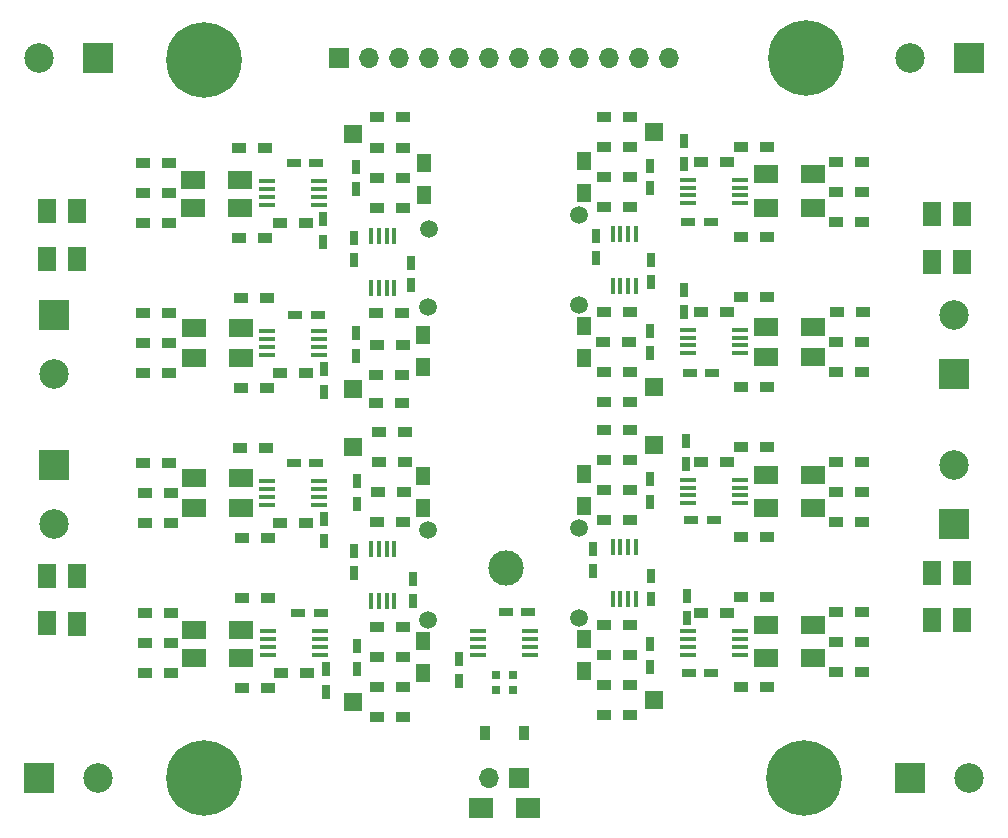
<source format=gbr>
G04 #@! TF.FileFunction,Soldermask,Top*
%FSLAX46Y46*%
G04 Gerber Fmt 4.6, Leading zero omitted, Abs format (unit mm)*
G04 Created by KiCad (PCBNEW 4.0.6) date Fri Mar 31 15:22:04 2017*
%MOMM*%
%LPD*%
G01*
G04 APERTURE LIST*
%ADD10C,0.088900*%
%ADD11R,1.450000X0.450000*%
%ADD12R,1.200000X0.900000*%
%ADD13R,1.600000X2.000000*%
%ADD14R,1.200000X0.750000*%
%ADD15R,0.450000X1.450000*%
%ADD16R,0.900000X1.200000*%
%ADD17R,0.640000X0.700000*%
%ADD18R,1.700000X1.700000*%
%ADD19O,1.700000X1.700000*%
%ADD20C,6.400000*%
%ADD21R,1.500000X1.500000*%
%ADD22C,1.500000*%
%ADD23R,2.000000X1.700000*%
%ADD24C,3.000000*%
%ADD25R,0.750000X1.200000*%
%ADD26R,1.300000X1.500000*%
%ADD27R,2.000000X1.600000*%
%ADD28C,2.500000*%
%ADD29R,2.500000X2.500000*%
G04 APERTURE END LIST*
D10*
D11*
X147660000Y-126025000D03*
X147660000Y-126675000D03*
X147660000Y-127325000D03*
X147660000Y-127975000D03*
X152060000Y-127975000D03*
X152060000Y-127325000D03*
X152060000Y-126675000D03*
X152060000Y-126025000D03*
D12*
X169884999Y-105282997D03*
X172084999Y-105282997D03*
D13*
X113665000Y-90456000D03*
X113665000Y-94456000D03*
D12*
X121496000Y-86360000D03*
X119296000Y-86360000D03*
X130853000Y-104140000D03*
X133053000Y-104140000D03*
D14*
X133919000Y-111760000D03*
X132019000Y-111760000D03*
D12*
X119422999Y-124460000D03*
X121622999Y-124460000D03*
D15*
X140542080Y-119031548D03*
X139892080Y-119031548D03*
X139242080Y-119031548D03*
X138592080Y-119031548D03*
X138592080Y-123431548D03*
X139242080Y-123431548D03*
X139892080Y-123431548D03*
X140542080Y-123431548D03*
D11*
X169839999Y-102447998D03*
X169839999Y-101797998D03*
X169839999Y-101147998D03*
X169839999Y-100497998D03*
X165439999Y-100497998D03*
X165439999Y-101147998D03*
X165439999Y-101797998D03*
X165439999Y-102447998D03*
D12*
X177970001Y-124332999D03*
X180170001Y-124332999D03*
D16*
X151510000Y-134620000D03*
X148210000Y-134620000D03*
D17*
X150560000Y-129740500D03*
X149160000Y-129740500D03*
X149160000Y-130990500D03*
X150560000Y-130990500D03*
D18*
X151130000Y-138430000D03*
D19*
X148590000Y-138430000D03*
D20*
X175387000Y-77470000D03*
X124460000Y-77597000D03*
X175260000Y-138430000D03*
X124460000Y-138430000D03*
D18*
X135890001Y-77470000D03*
D19*
X138430001Y-77470000D03*
X140970001Y-77470000D03*
X143510001Y-77470000D03*
X146050001Y-77470000D03*
X148590001Y-77470000D03*
X151130001Y-77470000D03*
X153670001Y-77470000D03*
X156210001Y-77470000D03*
X158750001Y-77470000D03*
X161290001Y-77470000D03*
X163830001Y-77470000D03*
D21*
X137066180Y-83908953D03*
D22*
X143510000Y-91948000D03*
D21*
X137066180Y-105498947D03*
D22*
X143416182Y-98513948D03*
D21*
X137027087Y-110436549D03*
D22*
X143377082Y-117421552D03*
D21*
X137027082Y-132026546D03*
D22*
X143377082Y-125041550D03*
D21*
X162557509Y-131861607D03*
D22*
X156207512Y-124876607D03*
D21*
X162557511Y-110271612D03*
D22*
X156207510Y-117256614D03*
D21*
X162544473Y-105326266D03*
D22*
X156194471Y-98341265D03*
D21*
X162544471Y-83736263D03*
D22*
X156194478Y-90721268D03*
D23*
X151860000Y-140970000D03*
X147860000Y-140970000D03*
D24*
X149987000Y-120650000D03*
D12*
X160469469Y-87546264D03*
X158269469Y-87546264D03*
X158269472Y-90086264D03*
X160469472Y-90086264D03*
X169884999Y-92582997D03*
X172084999Y-92582997D03*
X177970000Y-88772999D03*
X180170000Y-88772999D03*
X177970002Y-86233001D03*
X180170002Y-86233001D03*
X160469476Y-85006261D03*
X158269476Y-85006261D03*
X158269472Y-82466266D03*
X160469472Y-82466266D03*
X168740000Y-86232999D03*
X166540000Y-86232999D03*
X172084999Y-84962997D03*
X169884999Y-84962997D03*
X180170001Y-91313001D03*
X177970001Y-91313001D03*
X160448973Y-101516263D03*
X158248973Y-101516263D03*
X158269474Y-98976268D03*
X160469474Y-98976268D03*
X177970002Y-101473004D03*
X180170002Y-101473004D03*
X178013000Y-98932998D03*
X180213000Y-98932998D03*
X160469476Y-104056265D03*
X158269476Y-104056265D03*
X158269470Y-106596266D03*
X160469470Y-106596266D03*
X168740000Y-98933002D03*
X166540000Y-98933002D03*
X172084999Y-97663000D03*
X169884999Y-97663000D03*
X180170000Y-104012999D03*
X177970000Y-104012999D03*
X160482513Y-114081614D03*
X158282513Y-114081614D03*
X158282508Y-116621613D03*
X160482508Y-116621613D03*
X169884999Y-117982997D03*
X172084999Y-117982997D03*
X177970000Y-114173000D03*
X180170000Y-114173000D03*
X177970002Y-111633001D03*
X180170002Y-111633001D03*
X160482508Y-111541613D03*
X158282508Y-111541613D03*
X158282515Y-109001612D03*
X160482515Y-109001612D03*
X168739999Y-111633002D03*
X166539999Y-111633002D03*
X172084999Y-110362997D03*
X169884999Y-110362997D03*
X180170002Y-116712999D03*
X177970002Y-116712999D03*
X160482508Y-128051611D03*
X158282508Y-128051611D03*
X158282509Y-125511613D03*
X160482509Y-125511613D03*
X169884999Y-130682997D03*
X172084999Y-130682997D03*
X177969999Y-126873000D03*
X180169999Y-126873000D03*
X160482509Y-130591608D03*
X158282509Y-130591608D03*
X158282516Y-133131611D03*
X160482516Y-133131611D03*
X168740000Y-124460000D03*
X166540000Y-124460000D03*
X172084999Y-123062999D03*
X169884999Y-123062999D03*
X180169998Y-129412999D03*
X177969998Y-129412999D03*
X139102082Y-128216547D03*
X141302082Y-128216547D03*
X141302084Y-125676549D03*
X139102084Y-125676549D03*
X129835000Y-123189999D03*
X127635000Y-123189999D03*
X121622999Y-127000001D03*
X119422999Y-127000001D03*
X121622997Y-129540001D03*
X119422997Y-129540001D03*
X139081585Y-130756548D03*
X141281585Y-130756548D03*
X141302082Y-133296546D03*
X139102082Y-133296546D03*
X130980000Y-129540000D03*
X133180000Y-129540000D03*
X127635000Y-130810003D03*
X129835000Y-130810003D03*
X139186086Y-114246552D03*
X141386086Y-114246552D03*
X141305515Y-116786549D03*
X139105515Y-116786549D03*
X129708002Y-110490006D03*
X127508002Y-110490006D03*
X121623001Y-114300002D03*
X119423001Y-114300002D03*
X121623000Y-116840000D03*
X119423000Y-116840000D03*
X139229081Y-111706552D03*
X141429081Y-111706552D03*
X141429083Y-109166550D03*
X139229083Y-109166550D03*
X130852999Y-116840002D03*
X133052999Y-116840002D03*
X127635001Y-118110002D03*
X129835001Y-118110002D03*
X119296000Y-111760001D03*
X121496000Y-111760001D03*
X121496000Y-101600000D03*
X119296000Y-101600000D03*
X121496000Y-104140000D03*
X119296000Y-104140000D03*
X119296000Y-99060000D03*
X121496000Y-99060000D03*
X139108000Y-87630000D03*
X141308000Y-87630000D03*
X141308000Y-90170000D03*
X139108000Y-90170000D03*
X121496000Y-88900000D03*
X119296000Y-88900000D03*
X141308000Y-82423000D03*
X139108000Y-82423000D03*
X130853000Y-91440000D03*
X133053000Y-91440000D03*
X127424000Y-92710000D03*
X129624000Y-92710000D03*
X139108000Y-85090000D03*
X141308000Y-85090000D03*
X138981000Y-104267000D03*
X141181000Y-104267000D03*
X141181000Y-106680000D03*
X138981000Y-106680000D03*
X129741000Y-97790000D03*
X127541000Y-97790000D03*
X141224000Y-99060000D03*
X139024000Y-99060000D03*
X139108000Y-101727000D03*
X141308000Y-101727000D03*
X129624000Y-85090000D03*
X127424000Y-85090000D03*
D11*
X169840000Y-89748000D03*
X169840000Y-89098000D03*
X169840000Y-88448000D03*
X169840000Y-87798000D03*
X165440000Y-87798000D03*
X165440000Y-88448000D03*
X165440000Y-89098000D03*
X165440000Y-89748000D03*
D15*
X159029472Y-96731264D03*
X159679472Y-96731264D03*
X160329472Y-96731264D03*
X160979472Y-96731264D03*
X160979472Y-92331264D03*
X160329472Y-92331264D03*
X159679472Y-92331264D03*
X159029472Y-92331264D03*
D11*
X169840000Y-115148000D03*
X169840000Y-114498000D03*
X169840000Y-113848000D03*
X169840000Y-113198000D03*
X165440000Y-113198000D03*
X165440000Y-113848000D03*
X165440000Y-114498000D03*
X165440000Y-115148000D03*
D15*
X159042507Y-123266609D03*
X159692507Y-123266609D03*
X160342507Y-123266609D03*
X160992507Y-123266609D03*
X160992507Y-118866609D03*
X160342507Y-118866609D03*
X159692507Y-118866609D03*
X159042507Y-118866609D03*
D11*
X169840001Y-127975000D03*
X169840001Y-127325000D03*
X169840001Y-126675000D03*
X169840001Y-126025000D03*
X165440001Y-126025000D03*
X165440001Y-126675000D03*
X165440001Y-127325000D03*
X165440001Y-127975000D03*
X129880000Y-126025000D03*
X129880000Y-126675000D03*
X129880000Y-127325000D03*
X129880000Y-127975000D03*
X134280000Y-127975000D03*
X134280000Y-127325000D03*
X134280000Y-126675000D03*
X134280000Y-126025000D03*
X129753001Y-113324999D03*
X129753001Y-113974999D03*
X129753001Y-114624999D03*
X129753001Y-115274999D03*
X134153001Y-115274999D03*
X134153001Y-114624999D03*
X134153001Y-113974999D03*
X134153001Y-113324999D03*
X129752999Y-87925000D03*
X129752999Y-88575000D03*
X129752999Y-89225000D03*
X129752999Y-89875000D03*
X134152999Y-89875000D03*
X134152999Y-89225000D03*
X134152999Y-88575000D03*
X134152999Y-87925000D03*
X129753002Y-100624998D03*
X129753002Y-101274998D03*
X129753002Y-101924998D03*
X129753002Y-102574998D03*
X134153002Y-102574998D03*
X134153002Y-101924998D03*
X134153002Y-101274998D03*
X134153002Y-100624998D03*
D15*
X140548000Y-92542000D03*
X139898000Y-92542000D03*
X139248000Y-92542000D03*
X138598000Y-92542000D03*
X138598000Y-96942000D03*
X139248000Y-96942000D03*
X139898000Y-96942000D03*
X140548000Y-96942000D03*
D25*
X146050000Y-130236000D03*
X146050000Y-128336000D03*
D14*
X151889499Y-124333000D03*
X149989499Y-124333000D03*
D25*
X162163472Y-86596264D03*
X162163472Y-88496264D03*
X162163477Y-102466268D03*
X162163477Y-100566268D03*
X157607000Y-92522000D03*
X157607000Y-94422000D03*
D14*
X165420000Y-91313000D03*
X167320000Y-91313000D03*
X165547000Y-104140000D03*
X167447000Y-104140000D03*
D25*
X162176513Y-113131612D03*
X162176513Y-115031612D03*
X162176511Y-129001607D03*
X162176511Y-127101607D03*
X157353000Y-119004000D03*
X157353000Y-120904000D03*
D14*
X165674000Y-116586000D03*
X167574000Y-116586000D03*
X165481000Y-129540000D03*
X167381000Y-129540000D03*
D25*
X137408080Y-129166551D03*
X137408080Y-127266551D03*
X137408081Y-113296548D03*
X137408081Y-115196548D03*
X142113000Y-123444000D03*
X142113000Y-121544000D03*
D14*
X134300000Y-124460000D03*
X132400000Y-124460000D03*
D25*
X137287000Y-86680000D03*
X137287000Y-88580000D03*
X141986000Y-96708000D03*
X141986000Y-94808000D03*
D14*
X134046000Y-99187000D03*
X132146000Y-99187000D03*
X133919000Y-86360000D03*
X132019000Y-86360000D03*
D25*
X137287000Y-102677000D03*
X137287000Y-100777000D03*
D13*
X111125000Y-94456000D03*
X111125000Y-90456000D03*
D26*
X143035178Y-89068953D03*
X143035178Y-86368953D03*
X143002000Y-100932000D03*
X143002000Y-103632000D03*
D25*
X134493000Y-93025000D03*
X134493000Y-91125000D03*
X134620000Y-105725000D03*
X134620000Y-103825000D03*
X137160000Y-94610000D03*
X137160000Y-92710000D03*
D13*
X111125000Y-121317000D03*
X111125000Y-125317000D03*
D26*
X142996080Y-115596549D03*
X142996080Y-112896549D03*
X142996082Y-126866550D03*
X142996082Y-129566550D03*
D25*
X134620000Y-118364000D03*
X134620000Y-116464000D03*
X134747000Y-131125000D03*
X134747000Y-129225000D03*
X137160000Y-121092000D03*
X137160000Y-119192000D03*
D13*
X113665000Y-125349000D03*
X113665000Y-121349000D03*
X188595000Y-121063000D03*
X188595000Y-125063000D03*
D26*
X156588514Y-126699110D03*
X156588514Y-129399110D03*
X156588505Y-115431611D03*
X156588505Y-112731611D03*
D25*
X165354000Y-123002000D03*
X165354000Y-124902000D03*
X165227000Y-109921000D03*
X165227000Y-111821000D03*
X162306000Y-121351000D03*
X162306000Y-123251000D03*
D13*
X186055000Y-125063000D03*
X186055000Y-121063000D03*
X188595000Y-94710000D03*
X188595000Y-90710000D03*
D26*
X156575472Y-100166269D03*
X156575472Y-102866269D03*
X156575475Y-88896266D03*
X156575475Y-86196266D03*
D25*
X165100000Y-97094000D03*
X165100000Y-98994000D03*
X165100000Y-84521000D03*
X165100000Y-86421000D03*
X162306000Y-94554000D03*
X162306000Y-96454000D03*
D13*
X186055000Y-90710000D03*
X186055000Y-94710000D03*
D12*
X119296000Y-91440000D03*
X121496000Y-91440000D03*
X127551000Y-105410000D03*
X129751000Y-105410000D03*
D27*
X127476000Y-90170000D03*
X123476000Y-90170000D03*
X127476000Y-87757000D03*
X123476000Y-87757000D03*
X127603000Y-102870000D03*
X123603000Y-102870000D03*
X127603000Y-100330000D03*
X123603000Y-100330000D03*
X127603002Y-115569998D03*
X123603002Y-115569998D03*
X127603000Y-113029999D03*
X123603000Y-113029999D03*
X127603000Y-128269998D03*
X123603000Y-128269998D03*
X127603000Y-125857000D03*
X123603000Y-125857000D03*
X171989999Y-125476000D03*
X175989999Y-125476000D03*
X171989998Y-128270000D03*
X175989998Y-128270000D03*
X171990000Y-112776000D03*
X175990000Y-112776000D03*
X171990001Y-115570000D03*
X175990001Y-115570000D03*
X171989998Y-100203001D03*
X175989998Y-100203001D03*
X171990001Y-102742998D03*
X175990001Y-102742998D03*
X171990000Y-87249000D03*
X175990000Y-87249000D03*
X171990001Y-90170000D03*
X175990001Y-90170000D03*
D28*
X110443000Y-77470000D03*
D29*
X115443000Y-77470000D03*
D28*
X111760000Y-104187000D03*
D29*
X111760000Y-99187000D03*
D28*
X111759998Y-116887001D03*
D29*
X111759998Y-111887001D03*
D28*
X115443000Y-138430000D03*
D29*
X110443000Y-138430000D03*
D28*
X189230000Y-138430000D03*
D29*
X184230000Y-138430000D03*
D28*
X187959999Y-111887001D03*
D29*
X187959999Y-116887001D03*
D28*
X187960000Y-99186998D03*
D29*
X187960000Y-104186998D03*
D28*
X184230000Y-77470000D03*
D29*
X189230000Y-77470000D03*
M02*

</source>
